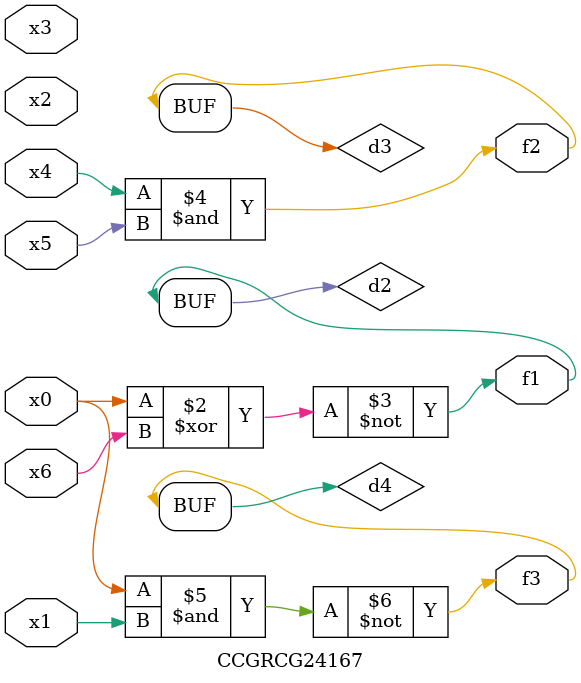
<source format=v>
module CCGRCG24167(
	input x0, x1, x2, x3, x4, x5, x6,
	output f1, f2, f3
);

	wire d1, d2, d3, d4;

	nor (d1, x0);
	xnor (d2, x0, x6);
	and (d3, x4, x5);
	nand (d4, x0, x1);
	assign f1 = d2;
	assign f2 = d3;
	assign f3 = d4;
endmodule

</source>
